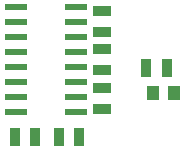
<source format=gtp>
G04*
G04 #@! TF.GenerationSoftware,Altium Limited,Altium Designer,24.9.1 (31)*
G04*
G04 Layer_Color=8421504*
%FSLAX44Y44*%
%MOMM*%
G71*
G04*
G04 #@! TF.SameCoordinates,B5823E4F-61C2-4C15-8B31-12C9E9E13820*
G04*
G04*
G04 #@! TF.FilePolarity,Positive*
G04*
G01*
G75*
%ADD17R,1.1000X1.3000*%
%ADD18R,1.8796X0.6096*%
%ADD19R,1.5000X0.8500*%
%ADD20R,0.8500X1.5000*%
D17*
X486410Y769620D02*
D03*
X504190D02*
D03*
D18*
X369600Y816550D02*
D03*
Y841950D02*
D03*
Y803850D02*
D03*
Y829250D02*
D03*
Y753050D02*
D03*
Y765750D02*
D03*
Y791150D02*
D03*
X420400Y829250D02*
D03*
X369600Y778450D02*
D03*
X420400Y841950D02*
D03*
Y753050D02*
D03*
Y816550D02*
D03*
Y765750D02*
D03*
Y791150D02*
D03*
Y778450D02*
D03*
Y803850D02*
D03*
D19*
X442500Y773750D02*
D03*
Y756250D02*
D03*
Y806250D02*
D03*
Y788750D02*
D03*
Y838750D02*
D03*
Y821250D02*
D03*
D20*
X386250Y732500D02*
D03*
X368750D02*
D03*
X406250D02*
D03*
X423750D02*
D03*
X479946Y790956D02*
D03*
X497446Y790956D02*
D03*
M02*

</source>
